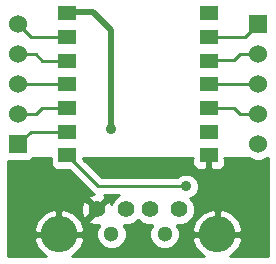
<source format=gtl>
G04 (created by PCBNEW (2013-07-07 BZR 4022)-stable) date 11/24/2014 5:15:10 AM*
%MOIN*%
G04 Gerber Fmt 3.4, Leading zero omitted, Abs format*
%FSLAX34Y34*%
G01*
G70*
G90*
G04 APERTURE LIST*
%ADD10C,0.00590551*%
%ADD11R,0.0590551X0.0492126*%
%ADD12R,0.06X0.06*%
%ADD13C,0.06*%
%ADD14O,0.122047X0.122047*%
%ADD15C,0.0511811*%
%ADD16C,0.0551181*%
%ADD17C,0.035*%
%ADD18C,0.01*%
%ADD19C,0.019685*%
G04 APERTURE END LIST*
G54D10*
G54D11*
X72637Y-50637D03*
X72637Y-51425D03*
X72637Y-52212D03*
X72637Y-53000D03*
X72637Y-53787D03*
X72637Y-54574D03*
X72637Y-55362D03*
X77362Y-55362D03*
X77362Y-54574D03*
X77362Y-53787D03*
X77362Y-53000D03*
X77362Y-52212D03*
X77362Y-51425D03*
X77362Y-50637D03*
G54D12*
X79000Y-51000D03*
G54D13*
X79000Y-52000D03*
X79000Y-53000D03*
X79000Y-54000D03*
X79000Y-55000D03*
G54D12*
X71000Y-55000D03*
G54D13*
X71000Y-54000D03*
X71000Y-53000D03*
X71000Y-52000D03*
X71000Y-51000D03*
G54D14*
X72362Y-58000D03*
X77637Y-58000D03*
G54D15*
X74114Y-58000D03*
X75885Y-58000D03*
G54D16*
X76377Y-57173D03*
X75393Y-57173D03*
X74606Y-57173D03*
X73622Y-57173D03*
G54D17*
X76600Y-56400D03*
X74100Y-54500D03*
G54D18*
X72637Y-54574D02*
X71425Y-54574D01*
X71425Y-54574D02*
X71000Y-55000D01*
X71000Y-54000D02*
X71600Y-54000D01*
X71812Y-53787D02*
X72637Y-53787D01*
X71600Y-54000D02*
X71812Y-53787D01*
X72637Y-51425D02*
X71425Y-51425D01*
X71425Y-51425D02*
X71000Y-51000D01*
X72637Y-55362D02*
X73675Y-56400D01*
X73675Y-56400D02*
X76600Y-56400D01*
X79000Y-51000D02*
X78574Y-51425D01*
X78574Y-51425D02*
X77362Y-51425D01*
X79000Y-52000D02*
X78400Y-52000D01*
X77374Y-52200D02*
X77362Y-52212D01*
X78200Y-52200D02*
X77374Y-52200D01*
X78400Y-52000D02*
X78200Y-52200D01*
X71812Y-52212D02*
X72637Y-52212D01*
X71000Y-52000D02*
X71600Y-52000D01*
X71600Y-52000D02*
X71812Y-52212D01*
X79000Y-53000D02*
X77362Y-53000D01*
X79000Y-54000D02*
X78400Y-54000D01*
X77374Y-53800D02*
X77362Y-53787D01*
X78200Y-53800D02*
X77374Y-53800D01*
X78400Y-54000D02*
X78200Y-53800D01*
X71000Y-53000D02*
X72637Y-53000D01*
G54D19*
X72675Y-50600D02*
X72637Y-50637D01*
X73500Y-50600D02*
X72675Y-50600D01*
X74100Y-51200D02*
X73500Y-50600D01*
X74100Y-54500D02*
X74100Y-51200D01*
G54D10*
G36*
X79330Y-58730D02*
X78073Y-58730D01*
X78129Y-58706D01*
X78361Y-58464D01*
X78478Y-58183D01*
X78478Y-57816D01*
X78361Y-57535D01*
X78129Y-57293D01*
X77821Y-57159D01*
X77687Y-57203D01*
X77687Y-57950D01*
X78433Y-57950D01*
X78478Y-57816D01*
X78478Y-58183D01*
X78433Y-58050D01*
X77687Y-58050D01*
X77687Y-58057D01*
X77587Y-58057D01*
X77587Y-58050D01*
X77587Y-57950D01*
X77587Y-57203D01*
X77454Y-57159D01*
X77146Y-57293D01*
X76913Y-57535D01*
X76797Y-57816D01*
X76841Y-57950D01*
X77587Y-57950D01*
X77587Y-58050D01*
X76841Y-58050D01*
X76797Y-58183D01*
X76913Y-58464D01*
X77146Y-58706D01*
X77201Y-58730D01*
X72798Y-58730D01*
X72853Y-58706D01*
X73086Y-58464D01*
X73202Y-58183D01*
X73202Y-57816D01*
X73086Y-57535D01*
X72853Y-57293D01*
X72545Y-57159D01*
X72412Y-57203D01*
X72412Y-57950D01*
X73158Y-57950D01*
X73202Y-57816D01*
X73202Y-58183D01*
X73158Y-58050D01*
X72412Y-58050D01*
X72412Y-58057D01*
X72312Y-58057D01*
X72312Y-58050D01*
X72312Y-57950D01*
X72312Y-57203D01*
X72178Y-57159D01*
X71870Y-57293D01*
X71638Y-57535D01*
X71521Y-57816D01*
X71566Y-57950D01*
X72312Y-57950D01*
X72312Y-58050D01*
X71566Y-58050D01*
X71521Y-58183D01*
X71638Y-58464D01*
X71870Y-58706D01*
X71926Y-58730D01*
X70669Y-58730D01*
X70669Y-55549D01*
X70749Y-55550D01*
X71349Y-55550D01*
X71441Y-55512D01*
X71503Y-55450D01*
X72092Y-55450D01*
X72092Y-55657D01*
X72130Y-55749D01*
X72200Y-55820D01*
X72292Y-55858D01*
X72392Y-55858D01*
X72709Y-55858D01*
X73463Y-56612D01*
X73463Y-56612D01*
X73523Y-56652D01*
X73489Y-56654D01*
X73348Y-56712D01*
X73324Y-56805D01*
X73622Y-57102D01*
X73919Y-56805D01*
X73895Y-56712D01*
X73860Y-56700D01*
X74375Y-56700D01*
X74308Y-56727D01*
X74160Y-56875D01*
X74116Y-56981D01*
X74083Y-56900D01*
X73990Y-56875D01*
X73692Y-57173D01*
X73698Y-57178D01*
X73627Y-57249D01*
X73622Y-57243D01*
X73551Y-57314D01*
X73551Y-57173D01*
X73253Y-56875D01*
X73161Y-56900D01*
X73091Y-57097D01*
X73102Y-57306D01*
X73161Y-57446D01*
X73253Y-57470D01*
X73551Y-57173D01*
X73551Y-57314D01*
X73324Y-57541D01*
X73348Y-57634D01*
X73546Y-57703D01*
X73703Y-57695D01*
X73685Y-57713D01*
X73608Y-57898D01*
X73608Y-58100D01*
X73685Y-58286D01*
X73827Y-58428D01*
X74013Y-58505D01*
X74214Y-58505D01*
X74400Y-58429D01*
X74542Y-58286D01*
X74619Y-58101D01*
X74620Y-57899D01*
X74543Y-57713D01*
X74528Y-57698D01*
X74710Y-57698D01*
X74903Y-57619D01*
X75000Y-57522D01*
X75095Y-57618D01*
X75288Y-57698D01*
X75471Y-57698D01*
X75457Y-57713D01*
X75380Y-57898D01*
X75379Y-58100D01*
X75456Y-58286D01*
X75598Y-58428D01*
X75784Y-58505D01*
X75986Y-58505D01*
X76172Y-58429D01*
X76314Y-58286D01*
X76391Y-58101D01*
X76391Y-57899D01*
X76314Y-57713D01*
X76299Y-57698D01*
X76482Y-57698D01*
X76675Y-57619D01*
X76823Y-57471D01*
X76903Y-57278D01*
X76903Y-57069D01*
X76823Y-56875D01*
X76747Y-56799D01*
X76840Y-56760D01*
X76960Y-56641D01*
X77024Y-56484D01*
X77025Y-56315D01*
X76960Y-56159D01*
X76841Y-56039D01*
X76684Y-55975D01*
X76515Y-55974D01*
X76359Y-56039D01*
X76298Y-56100D01*
X73799Y-56100D01*
X73183Y-55483D01*
X73183Y-55450D01*
X76841Y-55450D01*
X76816Y-55474D01*
X76816Y-55558D01*
X76816Y-55658D01*
X76855Y-55750D01*
X76925Y-55820D01*
X77017Y-55858D01*
X77249Y-55858D01*
X77312Y-55795D01*
X77312Y-55450D01*
X77412Y-55450D01*
X77412Y-55795D01*
X77474Y-55858D01*
X77706Y-55858D01*
X77798Y-55820D01*
X77869Y-55750D01*
X77907Y-55658D01*
X77907Y-55558D01*
X77907Y-55474D01*
X77882Y-55450D01*
X78672Y-55450D01*
X78688Y-55465D01*
X78890Y-55549D01*
X79108Y-55550D01*
X79311Y-55466D01*
X79327Y-55450D01*
X79330Y-55450D01*
X79330Y-58730D01*
X79330Y-58730D01*
G37*
G54D18*
X79330Y-58730D02*
X78073Y-58730D01*
X78129Y-58706D01*
X78361Y-58464D01*
X78478Y-58183D01*
X78478Y-57816D01*
X78361Y-57535D01*
X78129Y-57293D01*
X77821Y-57159D01*
X77687Y-57203D01*
X77687Y-57950D01*
X78433Y-57950D01*
X78478Y-57816D01*
X78478Y-58183D01*
X78433Y-58050D01*
X77687Y-58050D01*
X77687Y-58057D01*
X77587Y-58057D01*
X77587Y-58050D01*
X77587Y-57950D01*
X77587Y-57203D01*
X77454Y-57159D01*
X77146Y-57293D01*
X76913Y-57535D01*
X76797Y-57816D01*
X76841Y-57950D01*
X77587Y-57950D01*
X77587Y-58050D01*
X76841Y-58050D01*
X76797Y-58183D01*
X76913Y-58464D01*
X77146Y-58706D01*
X77201Y-58730D01*
X72798Y-58730D01*
X72853Y-58706D01*
X73086Y-58464D01*
X73202Y-58183D01*
X73202Y-57816D01*
X73086Y-57535D01*
X72853Y-57293D01*
X72545Y-57159D01*
X72412Y-57203D01*
X72412Y-57950D01*
X73158Y-57950D01*
X73202Y-57816D01*
X73202Y-58183D01*
X73158Y-58050D01*
X72412Y-58050D01*
X72412Y-58057D01*
X72312Y-58057D01*
X72312Y-58050D01*
X72312Y-57950D01*
X72312Y-57203D01*
X72178Y-57159D01*
X71870Y-57293D01*
X71638Y-57535D01*
X71521Y-57816D01*
X71566Y-57950D01*
X72312Y-57950D01*
X72312Y-58050D01*
X71566Y-58050D01*
X71521Y-58183D01*
X71638Y-58464D01*
X71870Y-58706D01*
X71926Y-58730D01*
X70669Y-58730D01*
X70669Y-55549D01*
X70749Y-55550D01*
X71349Y-55550D01*
X71441Y-55512D01*
X71503Y-55450D01*
X72092Y-55450D01*
X72092Y-55657D01*
X72130Y-55749D01*
X72200Y-55820D01*
X72292Y-55858D01*
X72392Y-55858D01*
X72709Y-55858D01*
X73463Y-56612D01*
X73463Y-56612D01*
X73523Y-56652D01*
X73489Y-56654D01*
X73348Y-56712D01*
X73324Y-56805D01*
X73622Y-57102D01*
X73919Y-56805D01*
X73895Y-56712D01*
X73860Y-56700D01*
X74375Y-56700D01*
X74308Y-56727D01*
X74160Y-56875D01*
X74116Y-56981D01*
X74083Y-56900D01*
X73990Y-56875D01*
X73692Y-57173D01*
X73698Y-57178D01*
X73627Y-57249D01*
X73622Y-57243D01*
X73551Y-57314D01*
X73551Y-57173D01*
X73253Y-56875D01*
X73161Y-56900D01*
X73091Y-57097D01*
X73102Y-57306D01*
X73161Y-57446D01*
X73253Y-57470D01*
X73551Y-57173D01*
X73551Y-57314D01*
X73324Y-57541D01*
X73348Y-57634D01*
X73546Y-57703D01*
X73703Y-57695D01*
X73685Y-57713D01*
X73608Y-57898D01*
X73608Y-58100D01*
X73685Y-58286D01*
X73827Y-58428D01*
X74013Y-58505D01*
X74214Y-58505D01*
X74400Y-58429D01*
X74542Y-58286D01*
X74619Y-58101D01*
X74620Y-57899D01*
X74543Y-57713D01*
X74528Y-57698D01*
X74710Y-57698D01*
X74903Y-57619D01*
X75000Y-57522D01*
X75095Y-57618D01*
X75288Y-57698D01*
X75471Y-57698D01*
X75457Y-57713D01*
X75380Y-57898D01*
X75379Y-58100D01*
X75456Y-58286D01*
X75598Y-58428D01*
X75784Y-58505D01*
X75986Y-58505D01*
X76172Y-58429D01*
X76314Y-58286D01*
X76391Y-58101D01*
X76391Y-57899D01*
X76314Y-57713D01*
X76299Y-57698D01*
X76482Y-57698D01*
X76675Y-57619D01*
X76823Y-57471D01*
X76903Y-57278D01*
X76903Y-57069D01*
X76823Y-56875D01*
X76747Y-56799D01*
X76840Y-56760D01*
X76960Y-56641D01*
X77024Y-56484D01*
X77025Y-56315D01*
X76960Y-56159D01*
X76841Y-56039D01*
X76684Y-55975D01*
X76515Y-55974D01*
X76359Y-56039D01*
X76298Y-56100D01*
X73799Y-56100D01*
X73183Y-55483D01*
X73183Y-55450D01*
X76841Y-55450D01*
X76816Y-55474D01*
X76816Y-55558D01*
X76816Y-55658D01*
X76855Y-55750D01*
X76925Y-55820D01*
X77017Y-55858D01*
X77249Y-55858D01*
X77312Y-55795D01*
X77312Y-55450D01*
X77412Y-55450D01*
X77412Y-55795D01*
X77474Y-55858D01*
X77706Y-55858D01*
X77798Y-55820D01*
X77869Y-55750D01*
X77907Y-55658D01*
X77907Y-55558D01*
X77907Y-55474D01*
X77882Y-55450D01*
X78672Y-55450D01*
X78688Y-55465D01*
X78890Y-55549D01*
X79108Y-55550D01*
X79311Y-55466D01*
X79327Y-55450D01*
X79330Y-55450D01*
X79330Y-58730D01*
M02*

</source>
